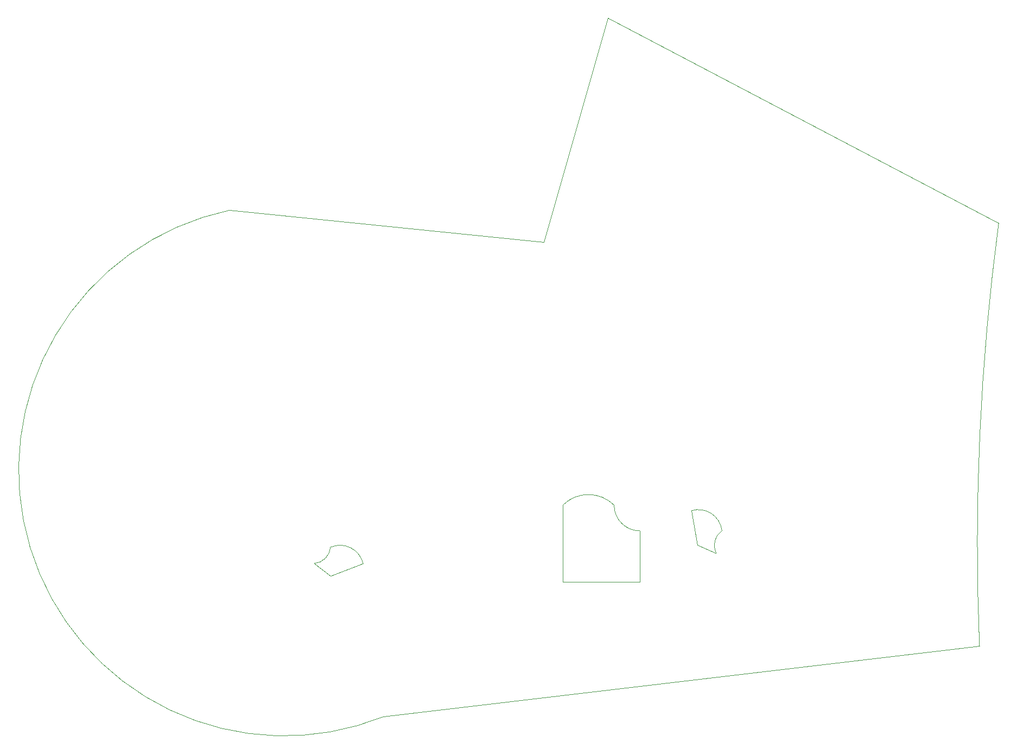
<source format=gbr>
G04 --- HEADER BEGIN --- *
%TF.GenerationSoftware,LibrePCB,LibrePCB,0.1.2*%
%TF.CreationDate,2019-01-02T03:04:05*%
%TF.ProjectId,test_project - default,7c04f9d5-7366-4c4b-9e17-852ed57b3966,v1*%
%TF.Part,Single*%
%FSLAX66Y66*%
%MOMM*%
G01*
G74*
G04 --- HEADER END --- *
G04 --- APERTURE LIST BEGIN --- *
%ADD10C,0.001*%
G04 --- APERTURE LIST END --- *
G04 --- BOARD BEGIN --- *
D10*
X51894433Y25552069D02*
G75*
G02*
X52824137Y29021773I2532368J1180863D01*
G01*
G03*
X48084433Y32151182I-3682795J-423837D01*
G01*
X48978984Y26801773D01*
X51894433Y25552069D01*
X-10780000Y23900000D02*
G03*
X-8240000Y26440000I-243527J2783527D01*
G01*
G02*
X-3160000Y23900000I1474343J-3401313D01*
G01*
X-8240000Y22000000D01*
X-10780000Y23900000D01*
X28000000Y33000000D02*
X28000000Y33000000D01*
X28000000Y21000000D01*
X40000000Y21000000D01*
X40000000Y29000000D01*
G02*
X36000000Y33000000I0J4000000D01*
G01*
G03*
X28000000Y33000000I-4000000J-4000000D01*
G01*
X0Y0D02*
G03*
X0Y0I0J0D01*
G01*
X93000000Y11000000D01*
G02*
X96000000Y77000000I378691726J15854922D01*
G01*
X35000000Y109000000D01*
X25000000Y74000000D01*
X-24000000Y79000000D01*
G03*
X0Y0I8544198J-40549864D01*
G01*
G04 --- BOARD END --- *

M02*

</source>
